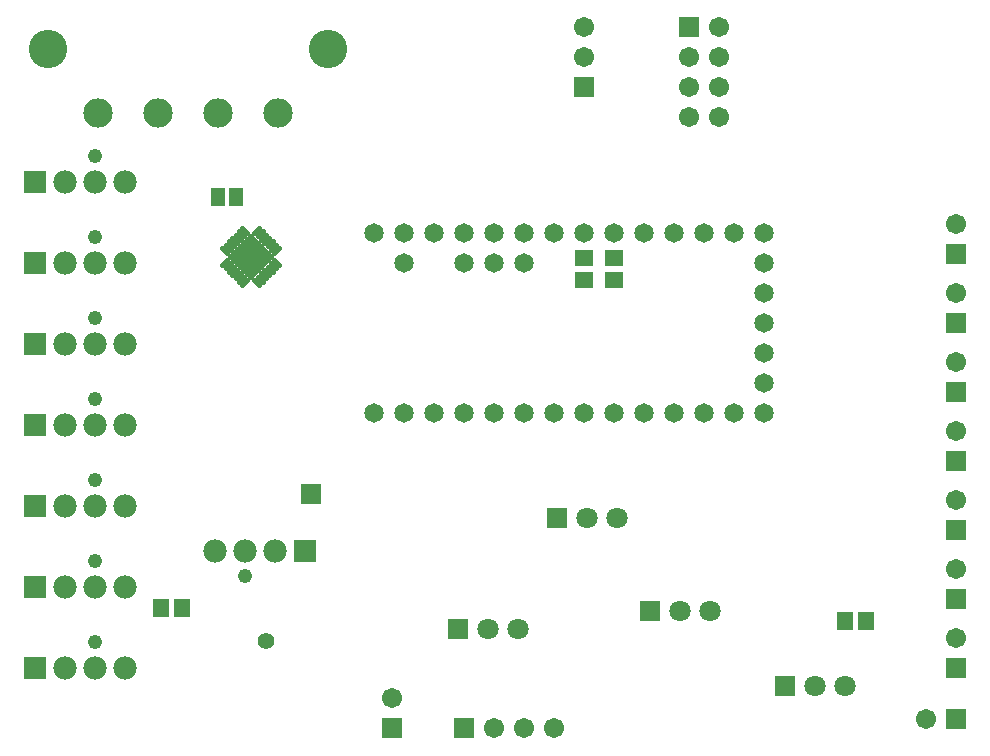
<source format=gbs>
G04 Layer_Color=16711935*
%FSAX24Y24*%
%MOIN*%
G70*
G01*
G75*
%ADD41R,0.0631X0.0552*%
%ADD43R,0.0552X0.0631*%
G04:AMPARAMS|DCode=45|XSize=15.9mil|YSize=41.5mil|CornerRadius=0mil|HoleSize=0mil|Usage=FLASHONLY|Rotation=225.000|XOffset=0mil|YOffset=0mil|HoleType=Round|Shape=Round|*
%AMOVALD45*
21,1,0.0256,0.0159,0.0000,0.0000,315.0*
1,1,0.0159,-0.0090,0.0090*
1,1,0.0159,0.0090,-0.0090*
%
%ADD45OVALD45*%

G04:AMPARAMS|DCode=46|XSize=15.9mil|YSize=41.5mil|CornerRadius=0mil|HoleSize=0mil|Usage=FLASHONLY|Rotation=315.000|XOffset=0mil|YOffset=0mil|HoleType=Round|Shape=Round|*
%AMOVALD46*
21,1,0.0256,0.0159,0.0000,0.0000,45.0*
1,1,0.0159,-0.0090,-0.0090*
1,1,0.0159,0.0090,0.0090*
%
%ADD46OVALD46*%

%ADD47R,0.0671X0.0671*%
%ADD48C,0.0671*%
%ADD49C,0.0650*%
%ADD50R,0.0671X0.0671*%
%ADD51C,0.0480*%
%ADD52C,0.0780*%
%ADD53R,0.0780X0.0780*%
%ADD54C,0.0710*%
%ADD55R,0.0710X0.0710*%
%ADD56C,0.1280*%
%ADD57C,0.0980*%
%ADD58C,0.0552*%
%ADD59R,0.0513X0.0631*%
%ADD60P,0.1583X4X180.0*%
D41*
X063900Y045446D02*
D03*
Y046154D02*
D03*
X064900Y045446D02*
D03*
Y046154D02*
D03*
D43*
X073304Y034050D02*
D03*
X072596D02*
D03*
X049796Y034500D02*
D03*
X050504D02*
D03*
D45*
X052598Y047070D02*
D03*
X052487Y046959D02*
D03*
X052375Y046847D02*
D03*
X052264Y046736D02*
D03*
X052153Y046625D02*
D03*
X052041Y046513D02*
D03*
X051930Y046402D02*
D03*
X053002Y045330D02*
D03*
X053113Y045441D02*
D03*
X053225Y045553D02*
D03*
X053336Y045664D02*
D03*
X053447Y045775D02*
D03*
X053559Y045887D02*
D03*
X053670Y045998D02*
D03*
D46*
Y046402D02*
D03*
X053559Y046513D02*
D03*
X053447Y046625D02*
D03*
X053336Y046736D02*
D03*
X053225Y046847D02*
D03*
X053113Y046959D02*
D03*
X053002Y047070D02*
D03*
X051930Y045998D02*
D03*
X052041Y045887D02*
D03*
X052153Y045775D02*
D03*
X052264Y045664D02*
D03*
X052375Y045553D02*
D03*
X052487Y045441D02*
D03*
X052598Y045330D02*
D03*
D47*
X063900Y051850D02*
D03*
X076300Y046300D02*
D03*
Y044000D02*
D03*
Y041700D02*
D03*
Y039400D02*
D03*
Y037100D02*
D03*
Y034800D02*
D03*
Y032500D02*
D03*
X057500Y030500D02*
D03*
X067400Y053850D02*
D03*
D48*
X063900Y052850D02*
D03*
Y053850D02*
D03*
X076300Y047300D02*
D03*
Y045000D02*
D03*
Y042700D02*
D03*
Y040400D02*
D03*
Y038100D02*
D03*
Y035800D02*
D03*
Y033500D02*
D03*
X057500Y031500D02*
D03*
X068400Y053850D02*
D03*
X067400Y052850D02*
D03*
X068400D02*
D03*
X067400Y051850D02*
D03*
X068400D02*
D03*
X067400Y050850D02*
D03*
X068400D02*
D03*
X075300Y030800D02*
D03*
X062900Y030500D02*
D03*
X060900D02*
D03*
X061900D02*
D03*
D49*
X056900Y041000D02*
D03*
X057900D02*
D03*
X058900D02*
D03*
X059900D02*
D03*
X060900D02*
D03*
X061900D02*
D03*
X062900D02*
D03*
X063900D02*
D03*
X064900D02*
D03*
X065900D02*
D03*
X066900D02*
D03*
X067900D02*
D03*
X068900D02*
D03*
X069900D02*
D03*
Y042000D02*
D03*
Y043000D02*
D03*
Y044000D02*
D03*
Y045000D02*
D03*
Y046000D02*
D03*
Y047000D02*
D03*
X068900D02*
D03*
X067900D02*
D03*
X066900D02*
D03*
X065900D02*
D03*
X064900D02*
D03*
X063900D02*
D03*
X062900D02*
D03*
X061900D02*
D03*
X060900D02*
D03*
X059900D02*
D03*
X058900D02*
D03*
X057900D02*
D03*
X056900D02*
D03*
X057900Y046000D02*
D03*
X059900D02*
D03*
X060900D02*
D03*
X061900D02*
D03*
D50*
X054800Y038300D02*
D03*
X076300Y030800D02*
D03*
X059900Y030500D02*
D03*
D51*
X047600Y049550D02*
D03*
Y046850D02*
D03*
Y044150D02*
D03*
Y041450D02*
D03*
Y038750D02*
D03*
X047599Y036050D02*
D03*
X047600Y033350D02*
D03*
X052600Y035550D02*
D03*
D52*
X048600Y048700D02*
D03*
X047600D02*
D03*
X046600D02*
D03*
X048600Y046000D02*
D03*
X047600D02*
D03*
X046600D02*
D03*
X048600Y043300D02*
D03*
X047600D02*
D03*
X046600D02*
D03*
X048600Y040600D02*
D03*
X047600D02*
D03*
X046600D02*
D03*
X048600Y037900D02*
D03*
X047600D02*
D03*
X046600D02*
D03*
X048599Y035200D02*
D03*
X047599D02*
D03*
X046599D02*
D03*
X048600Y032500D02*
D03*
X047600D02*
D03*
X046600D02*
D03*
X051600Y036400D02*
D03*
X052600D02*
D03*
X053600D02*
D03*
D53*
X045600Y048700D02*
D03*
Y046000D02*
D03*
Y043300D02*
D03*
Y040600D02*
D03*
Y037900D02*
D03*
X045599Y035200D02*
D03*
X045600Y032500D02*
D03*
X054600Y036400D02*
D03*
D54*
X061700Y033800D02*
D03*
X060700D02*
D03*
X065000Y037500D02*
D03*
X064000D02*
D03*
X068100Y034400D02*
D03*
X067100D02*
D03*
X072600Y031900D02*
D03*
X071600D02*
D03*
D55*
X059700Y033800D02*
D03*
X063000Y037500D02*
D03*
X066100Y034400D02*
D03*
X070600Y031900D02*
D03*
D56*
X055365Y053146D02*
D03*
X046035D02*
D03*
D57*
X053700Y051000D02*
D03*
X051700D02*
D03*
X049700D02*
D03*
X047700D02*
D03*
D58*
X052800Y046200D02*
D03*
X053300Y033400D02*
D03*
D59*
X051705Y048200D02*
D03*
X052295D02*
D03*
D60*
X052800Y046200D02*
D03*
M02*

</source>
